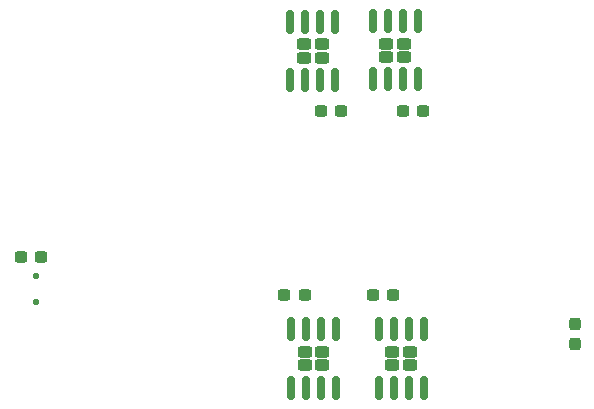
<source format=gbr>
%TF.GenerationSoftware,KiCad,Pcbnew,9.0.6*%
%TF.CreationDate,2026-01-30T21:11:36+09:00*%
%TF.ProjectId,v2_MotorDriver,76325f4d-6f74-46f7-9244-72697665722e,rev?*%
%TF.SameCoordinates,Original*%
%TF.FileFunction,Paste,Top*%
%TF.FilePolarity,Positive*%
%FSLAX46Y46*%
G04 Gerber Fmt 4.6, Leading zero omitted, Abs format (unit mm)*
G04 Created by KiCad (PCBNEW 9.0.6) date 2026-01-30 21:11:36*
%MOMM*%
%LPD*%
G01*
G04 APERTURE LIST*
G04 Aperture macros list*
%AMRoundRect*
0 Rectangle with rounded corners*
0 $1 Rounding radius*
0 $2 $3 $4 $5 $6 $7 $8 $9 X,Y pos of 4 corners*
0 Add a 4 corners polygon primitive as box body*
4,1,4,$2,$3,$4,$5,$6,$7,$8,$9,$2,$3,0*
0 Add four circle primitives for the rounded corners*
1,1,$1+$1,$2,$3*
1,1,$1+$1,$4,$5*
1,1,$1+$1,$6,$7*
1,1,$1+$1,$8,$9*
0 Add four rect primitives between the rounded corners*
20,1,$1+$1,$2,$3,$4,$5,0*
20,1,$1+$1,$4,$5,$6,$7,0*
20,1,$1+$1,$6,$7,$8,$9,0*
20,1,$1+$1,$8,$9,$2,$3,0*%
G04 Aperture macros list end*
%ADD10RoundRect,0.237500X0.300000X0.237500X-0.300000X0.237500X-0.300000X-0.237500X0.300000X-0.237500X0*%
%ADD11RoundRect,0.237500X-0.300000X-0.237500X0.300000X-0.237500X0.300000X0.237500X-0.300000X0.237500X0*%
%ADD12RoundRect,0.125000X-0.125000X0.125000X-0.125000X-0.125000X0.125000X-0.125000X0.125000X0.125000X0*%
%ADD13RoundRect,0.237500X-0.237500X0.287500X-0.237500X-0.287500X0.237500X-0.287500X0.237500X0.287500X0*%
%ADD14RoundRect,0.240000X-0.385000X0.240000X-0.385000X-0.240000X0.385000X-0.240000X0.385000X0.240000X0*%
%ADD15RoundRect,0.150000X-0.150000X0.825000X-0.150000X-0.825000X0.150000X-0.825000X0.150000X0.825000X0*%
%ADD16RoundRect,0.240000X0.385000X-0.240000X0.385000X0.240000X-0.385000X0.240000X-0.385000X-0.240000X0*%
%ADD17RoundRect,0.150000X0.150000X-0.825000X0.150000X0.825000X-0.150000X0.825000X-0.150000X-0.825000X0*%
G04 APERTURE END LIST*
D10*
%TO.C,C9*%
X130708400Y-110286800D03*
X128983400Y-110286800D03*
%TD*%
D11*
%TO.C,C6*%
X161343000Y-97891600D03*
X163068000Y-97891600D03*
%TD*%
D12*
%TO.C,D1*%
X130302000Y-111879200D03*
X130302000Y-114079200D03*
%TD*%
D13*
%TO.C,D2*%
X175920400Y-115902800D03*
X175920400Y-117652800D03*
%TD*%
D14*
%TO.C,TB67H3*%
X161950400Y-118290800D03*
X160450400Y-118290800D03*
X161950400Y-119430800D03*
X160450400Y-119430800D03*
D15*
X163105400Y-116385800D03*
X161835400Y-116385800D03*
X160565400Y-116385800D03*
X159295400Y-116385800D03*
X159295400Y-121335800D03*
X160565400Y-121335800D03*
X161835400Y-121335800D03*
X163105400Y-121335800D03*
%TD*%
D16*
%TO.C,TB67H2*%
X159955800Y-93330800D03*
X161455800Y-93330800D03*
X159955800Y-92190800D03*
X161455800Y-92190800D03*
D17*
X158800800Y-95235800D03*
X160070800Y-95235800D03*
X161340800Y-95235800D03*
X162610800Y-95235800D03*
X162610800Y-90285800D03*
X161340800Y-90285800D03*
X160070800Y-90285800D03*
X158800800Y-90285800D03*
%TD*%
D16*
%TO.C,TB67H1*%
X152970800Y-93395800D03*
X154470800Y-93395800D03*
X152970800Y-92255800D03*
X154470800Y-92255800D03*
D17*
X151815800Y-95300800D03*
X153085800Y-95300800D03*
X154355800Y-95300800D03*
X155625800Y-95300800D03*
X155625800Y-90350800D03*
X154355800Y-90350800D03*
X153085800Y-90350800D03*
X151815800Y-90350800D03*
%TD*%
D10*
%TO.C,C8*%
X153058200Y-113487200D03*
X151333200Y-113487200D03*
%TD*%
D11*
%TO.C,C5*%
X154434200Y-97891600D03*
X156159200Y-97891600D03*
%TD*%
D10*
%TO.C,C7*%
X160525800Y-113487200D03*
X158800800Y-113487200D03*
%TD*%
D14*
%TO.C,TB67H4*%
X154533600Y-118290800D03*
X153033600Y-118290800D03*
X154533600Y-119430800D03*
X153033600Y-119430800D03*
D15*
X155688600Y-116385800D03*
X154418600Y-116385800D03*
X153148600Y-116385800D03*
X151878600Y-116385800D03*
X151878600Y-121335800D03*
X153148600Y-121335800D03*
X154418600Y-121335800D03*
X155688600Y-121335800D03*
%TD*%
M02*

</source>
